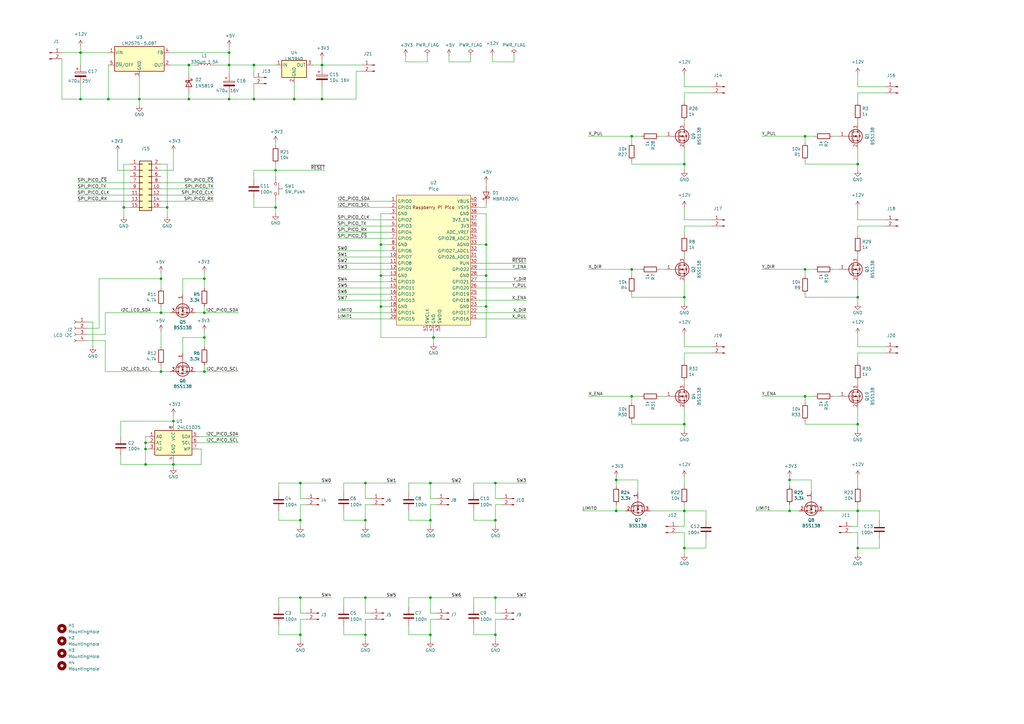
<source format=kicad_sch>
(kicad_sch (version 20231120) (generator "eeschema") (generator_version "8.0")
  (paper "A3")
  (title_block (title "Cross-Table") (rev "1.0"))
  (junction (at 66.04 152.4))
  (junction (at 149.86 213.36))
  (junction (at 330.2 162.56))
  (junction (at 83.82 152.4))
  (junction (at 59.69 181.61))
  (junction (at 93.98 40.64))
  (junction (at 280.67 224.79))
  (junction (at 177.8 138.43))
  (junction (at 323.85 196.85))
  (junction (at 156.21 125.73))
  (junction (at 83.82 128.27))
  (junction (at 280.67 173.99))
  (junction (at 77.47 26.67))
  (junction (at 149.86 198.12))
  (junction (at 83.82 114.3))
  (junction (at 156.21 113.03))
  (junction (at 259.08 162.56))
  (junction (at 66.04 114.3))
  (junction (at 280.67 67.31))
  (junction (at 123.19 245.11))
  (junction (at 176.53 198.12))
  (junction (at 71.12 190.5))
  (junction (at 199.39 113.03))
  (junction (at 57.15 40.64))
  (junction (at 176.53 245.11))
  (junction (at 113.03 69.85))
  (junction (at 44.45 40.64))
  (junction (at 77.47 40.64))
  (junction (at 199.39 100.33))
  (junction (at 104.14 26.67))
  (junction (at 330.2 55.88))
  (junction (at 123.19 260.35))
  (junction (at 259.08 55.88))
  (junction (at 83.82 138.43))
  (junction (at 280.67 121.92))
  (junction (at 203.2 245.11))
  (junction (at 120.65 40.64))
  (junction (at 351.79 67.31))
  (junction (at 68.58 85.09))
  (junction (at 259.08 110.49))
  (junction (at 149.86 245.11))
  (junction (at 149.86 260.35))
  (junction (at 132.08 40.64))
  (junction (at 351.79 173.99))
  (junction (at 203.2 198.12))
  (junction (at 123.19 213.36))
  (junction (at 176.53 260.35))
  (junction (at 132.08 26.67))
  (junction (at 252.73 196.85))
  (junction (at 93.98 21.59))
  (junction (at 93.98 26.67))
  (junction (at 59.69 184.15))
  (junction (at 323.85 209.55))
  (junction (at 113.03 85.09))
  (junction (at 50.8 85.09))
  (junction (at 330.2 110.49))
  (junction (at 280.67 209.55))
  (junction (at 71.12 172.72))
  (junction (at 33.02 40.64))
  (junction (at 176.53 213.36))
  (junction (at 123.19 198.12))
  (junction (at 156.21 100.33))
  (junction (at 33.02 21.59))
  (junction (at 252.73 209.55))
  (junction (at 66.04 128.27))
  (junction (at 203.2 260.35))
  (junction (at 104.14 40.64))
  (junction (at 203.2 213.36))
  (junction (at 351.79 121.92))
  (junction (at 59.69 190.5))
  (junction (at 199.39 125.73))
  (junction (at 351.79 209.55))
  (junction (at 351.79 224.79))
  (wire (pts (xy 138.43 90.17) (xy 160.02 90.17)))
  (wire (pts (xy 177.8 138.43) (xy 177.8 140.97)))
  (wire (pts (xy 195.58 115.57) (xy 215.9 115.57)))
  (wire (pts (xy 113.03 85.09) (xy 104.14 85.09)))
  (wire (pts (xy 201.93 22.86) (xy 201.93 25.4)))
  (wire (pts (xy 176.53 260.35) (xy 167.64 260.35)))
  (wire (pts (xy 194.31 245.11) (xy 203.2 245.11)))
  (wire (pts (xy 351.79 49.53) (xy 351.79 50.8)))
  (wire (pts (xy 259.08 173.99) (xy 280.67 173.99)))
  (wire (pts (xy 280.67 41.91) (xy 280.67 38.1)))
  (wire (pts (xy 280.67 60.96) (xy 280.67 67.31)))
  (wire (pts (xy 123.19 245.11) (xy 135.89 245.11)))
  (wire (pts (xy 363.22 35.56) (xy 351.79 35.56)))
  (wire (pts (xy 69.85 128.27) (xy 66.04 128.27)))
  (wire (pts (xy 80.01 152.4) (xy 83.82 152.4)))
  (wire (pts (xy 166.37 22.86) (xy 166.37 25.4)))
  (wire (pts (xy 252.73 195.58) (xy 252.73 196.85)))
  (wire (pts (xy 327.66 209.55) (xy 323.85 209.55)))
  (wire (pts (xy 252.73 209.55) (xy 252.73 207.01)))
  (wire (pts (xy 194.31 198.12) (xy 194.31 201.93)))
  (wire (pts (xy 351.79 60.96) (xy 351.79 67.31)))
  (wire (pts (xy 278.13 215.9) (xy 280.67 215.9)))
  (wire (pts (xy 351.79 115.57) (xy 351.79 121.92)))
  (wire (pts (xy 203.2 260.35) (xy 194.31 260.35)))
  (wire (pts (xy 351.79 173.99) (xy 351.79 176.53)))
  (wire (pts (xy 351.79 35.56) (xy 351.79 30.48)))
  (wire (pts (xy 69.85 152.4) (xy 66.04 152.4)))
  (wire (pts (xy 360.68 209.55) (xy 351.79 209.55)))
  (wire (pts (xy 66.04 152.4) (xy 66.04 149.86)))
  (wire (pts (xy 156.21 125.73) (xy 160.02 125.73)))
  (wire (pts (xy 292.1 142.24) (xy 280.67 142.24)))
  (wire (pts (xy 132.08 40.64) (xy 120.65 40.64)))
  (wire (pts (xy 360.68 209.55) (xy 360.68 213.36)))
  (wire (pts (xy 59.69 184.15) (xy 60.96 184.15)))
  (wire (pts (xy 132.08 26.67) (xy 148.59 26.67)))
  (wire (pts (xy 152.4 254) (xy 149.86 254)))
  (wire (pts (xy 259.08 162.56) (xy 262.89 162.56)))
  (wire (pts (xy 97.79 152.4) (xy 83.82 152.4)))
  (wire (pts (xy 83.82 138.43) (xy 83.82 142.24)))
  (wire (pts (xy 205.74 254) (xy 203.2 254)))
  (wire (pts (xy 80.01 128.27) (xy 83.82 128.27)))
  (wire (pts (xy 140.97 198.12) (xy 149.86 198.12)))
  (wire (pts (xy 66.04 135.89) (xy 66.04 142.24)))
  (wire (pts (xy 330.2 67.31) (xy 351.79 67.31)))
  (wire (pts (xy 203.2 213.36) (xy 194.31 213.36)))
  (wire (pts (xy 123.19 260.35) (xy 114.3 260.35)))
  (wire (pts (xy 323.85 209.55) (xy 323.85 207.01)))
  (wire (pts (xy 330.2 55.88) (xy 334.01 55.88)))
  (wire (pts (xy 104.14 69.85) (xy 104.14 73.66)))
  (wire (pts (xy 33.02 26.67) (xy 33.02 21.59)))
  (wire (pts (xy 59.69 179.07) (xy 59.69 181.61)))
  (wire (pts (xy 123.19 207.01) (xy 123.19 213.36)))
  (wire (pts (xy 203.2 198.12) (xy 203.2 204.47)))
  (wire (pts (xy 138.43 128.27) (xy 160.02 128.27)))
  (wire (pts (xy 113.03 69.85) (xy 133.35 69.85)))
  (wire (pts (xy 360.68 220.98) (xy 360.68 224.79)))
  (wire (pts (xy 341.63 162.56) (xy 344.17 162.56)))
  (wire (pts (xy 278.13 218.44) (xy 280.67 218.44)))
  (wire (pts (xy 351.79 148.59) (xy 351.79 144.78)))
  (wire (pts (xy 351.79 92.71) (xy 363.22 92.71)))
  (wire (pts (xy 193.04 25.4) (xy 184.15 25.4)))
  (wire (pts (xy 203.2 254) (xy 203.2 260.35)))
  (wire (pts (xy 87.63 80.01) (xy 66.04 80.01)))
  (wire (pts (xy 66.04 128.27) (xy 66.04 125.73)))
  (wire (pts (xy 156.21 113.03) (xy 156.21 125.73)))
  (wire (pts (xy 57.15 31.75) (xy 57.15 40.64)))
  (wire (pts (xy 349.25 215.9) (xy 351.79 215.9)))
  (wire (pts (xy 114.3 198.12) (xy 123.19 198.12)))
  (wire (pts (xy 125.73 207.01) (xy 123.19 207.01)))
  (wire (pts (xy 259.08 162.56) (xy 259.08 165.1)))
  (wire (pts (xy 167.64 209.55) (xy 167.64 213.36)))
  (wire (pts (xy 309.88 209.55) (xy 323.85 209.55)))
  (wire (pts (xy 176.53 207.01) (xy 176.53 213.36)))
  (wire (pts (xy 280.67 218.44) (xy 280.67 224.79)))
  (wire (pts (xy 270.51 110.49) (xy 273.05 110.49)))
  (wire (pts (xy 104.14 26.67) (xy 113.03 26.67)))
  (wire (pts (xy 149.86 245.11) (xy 162.56 245.11)))
  (wire (pts (xy 123.19 254) (xy 123.19 260.35)))
  (wire (pts (xy 280.67 207.01) (xy 280.67 209.55)))
  (wire (pts (xy 351.79 227.33) (xy 351.79 224.79)))
  (wire (pts (xy 176.53 254) (xy 176.53 260.35)))
  (wire (pts (xy 351.79 209.55) (xy 351.79 215.9)))
  (wire (pts (xy 71.12 69.85) (xy 71.12 62.23)))
  (wire (pts (xy 193.04 22.86) (xy 193.04 25.4)))
  (wire (pts (xy 71.12 191.77) (xy 71.12 190.5)))
  (wire (pts (xy 280.67 142.24) (xy 280.67 137.16)))
  (wire (pts (xy 128.27 26.67) (xy 132.08 26.67)))
  (wire (pts (xy 241.3 55.88) (xy 259.08 55.88)))
  (wire (pts (xy 83.82 128.27) (xy 83.82 125.73)))
  (wire (pts (xy 195.58 100.33) (xy 199.39 100.33)))
  (wire (pts (xy 179.07 207.01) (xy 176.53 207.01)))
  (wire (pts (xy 43.18 137.16) (xy 35.56 137.16)))
  (wire (pts (xy 280.67 115.57) (xy 280.67 121.92)))
  (wire (pts (xy 114.3 198.12) (xy 114.3 201.93)))
  (wire (pts (xy 176.53 262.89) (xy 176.53 260.35)))
  (wire (pts (xy 59.69 181.61) (xy 60.96 181.61)))
  (wire (pts (xy 25.4 40.64) (xy 33.02 40.64)))
  (wire (pts (xy 104.14 40.64) (xy 93.98 40.64)))
  (wire (pts (xy 25.4 24.13) (xy 25.4 40.64)))
  (wire (pts (xy 31.75 82.55) (xy 53.34 82.55)))
  (wire (pts (xy 195.58 130.81) (xy 215.9 130.81)))
  (wire (pts (xy 238.76 209.55) (xy 252.73 209.55)))
  (wire (pts (xy 120.65 34.29) (xy 120.65 40.64)))
  (wire (pts (xy 81.28 179.07) (xy 97.79 179.07)))
  (wire (pts (xy 66.04 85.09) (xy 68.58 85.09)))
  (wire (pts (xy 199.39 85.09) (xy 195.58 85.09)))
  (wire (pts (xy 93.98 19.05) (xy 93.98 21.59)))
  (wire (pts (xy 184.15 25.4) (xy 184.15 22.86)))
  (wire (pts (xy 66.04 152.4) (xy 43.18 152.4)))
  (wire (pts (xy 138.43 115.57) (xy 160.02 115.57)))
  (wire (pts (xy 138.43 95.25) (xy 160.02 95.25)))
  (wire (pts (xy 203.2 245.11) (xy 203.2 251.46)))
  (wire (pts (xy 351.79 142.24) (xy 351.79 137.16)))
  (wire (pts (xy 138.43 120.65) (xy 160.02 120.65)))
  (wire (pts (xy 312.42 55.88) (xy 330.2 55.88)))
  (wire (pts (xy 66.04 114.3) (xy 40.64 114.3)))
  (wire (pts (xy 312.42 162.56) (xy 330.2 162.56)))
  (wire (pts (xy 87.63 82.55) (xy 66.04 82.55)))
  (wire (pts (xy 53.34 69.85) (xy 48.26 69.85)))
  (wire (pts (xy 60.96 179.07) (xy 59.69 179.07)))
  (wire (pts (xy 351.79 195.58) (xy 351.79 199.39)))
  (wire (pts (xy 261.62 201.93) (xy 261.62 196.85)))
  (wire (pts (xy 194.31 198.12) (xy 203.2 198.12)))
  (wire (pts (xy 104.14 34.29) (xy 104.14 40.64)))
  (wire (pts (xy 289.56 209.55) (xy 289.56 213.36)))
  (wire (pts (xy 138.43 130.81) (xy 160.02 130.81)))
  (wire (pts (xy 66.04 69.85) (xy 71.12 69.85)))
  (wire (pts (xy 66.04 128.27) (xy 43.18 128.27)))
  (wire (pts (xy 87.63 77.47) (xy 66.04 77.47)))
  (wire (pts (xy 49.53 179.07) (xy 49.53 172.72)))
  (wire (pts (xy 125.73 251.46) (xy 123.19 251.46)))
  (wire (pts (xy 280.67 35.56) (xy 280.67 30.48)))
  (wire (pts (xy 195.58 110.49) (xy 215.9 110.49)))
  (wire (pts (xy 152.4 207.01) (xy 149.86 207.01)))
  (wire (pts (xy 363.22 142.24) (xy 351.79 142.24)))
  (wire (pts (xy 205.74 204.47) (xy 203.2 204.47)))
  (wire (pts (xy 351.79 38.1) (xy 363.22 38.1)))
  (wire (pts (xy 351.79 104.14) (xy 351.79 105.41)))
  (wire (pts (xy 280.67 144.78) (xy 292.1 144.78)))
  (wire (pts (xy 210.82 25.4) (xy 210.82 22.86)))
  (wire (pts (xy 199.39 87.63) (xy 199.39 100.33)))
  (wire (pts (xy 330.2 55.88) (xy 330.2 58.42)))
  (wire (pts (xy 132.08 35.56) (xy 132.08 40.64)))
  (wire (pts (xy 259.08 110.49) (xy 259.08 113.03)))
  (wire (pts (xy 332.74 201.93) (xy 332.74 196.85)))
  (wire (pts (xy 49.53 186.69) (xy 49.53 190.5)))
  (wire (pts (xy 259.08 55.88) (xy 259.08 58.42)))
  (wire (pts (xy 113.03 69.85) (xy 113.03 72.39)))
  (wire (pts (xy 203.2 245.11) (xy 215.9 245.11)))
  (wire (pts (xy 175.26 25.4) (xy 175.26 22.86)))
  (wire (pts (xy 195.58 128.27) (xy 215.9 128.27)))
  (wire (pts (xy 194.31 209.55) (xy 194.31 213.36)))
  (wire (pts (xy 149.86 254) (xy 149.86 260.35)))
  (wire (pts (xy 138.43 107.95) (xy 160.02 107.95)))
  (wire (pts (xy 167.64 245.11) (xy 176.53 245.11)))
  (wire (pts (xy 266.7 209.55) (xy 280.67 209.55)))
  (wire (pts (xy 123.19 215.9) (xy 123.19 213.36)))
  (wire (pts (xy 330.2 110.49) (xy 330.2 113.03)))
  (wire (pts (xy 114.3 245.11) (xy 114.3 248.92)))
  (wire (pts (xy 280.67 90.17) (xy 280.67 85.09)))
  (wire (pts (xy 201.93 25.4) (xy 210.82 25.4)))
  (wire (pts (xy 83.82 111.76) (xy 83.82 114.3)))
  (wire (pts (xy 132.08 26.67) (xy 132.08 27.94)))
  (wire (pts (xy 194.31 245.11) (xy 194.31 248.92)))
  (wire (pts (xy 49.53 172.72) (xy 71.12 172.72)))
  (wire (pts (xy 81.28 181.61) (xy 97.79 181.61)))
  (wire (pts (xy 140.97 256.54) (xy 140.97 260.35)))
  (wire (pts (xy 93.98 40.64) (xy 77.47 40.64)))
  (wire (pts (xy 280.67 104.14) (xy 280.67 105.41)))
  (wire (pts (xy 104.14 31.75) (xy 104.14 26.67)))
  (wire (pts (xy 149.86 245.11) (xy 149.86 251.46)))
  (wire (pts (xy 149.86 213.36) (xy 140.97 213.36)))
  (wire (pts (xy 205.74 251.46) (xy 203.2 251.46)))
  (wire (pts (xy 259.08 66.04) (xy 259.08 67.31)))
  (wire (pts (xy 125.73 254) (xy 123.19 254)))
  (wire (pts (xy 156.21 113.03) (xy 160.02 113.03)))
  (wire (pts (xy 156.21 125.73) (xy 156.21 138.43)))
  (wire (pts (xy 330.2 162.56) (xy 334.01 162.56)))
  (wire (pts (xy 160.02 82.55) (xy 138.43 82.55)))
  (wire (pts (xy 57.15 40.64) (xy 57.15 43.18)))
  (wire (pts (xy 323.85 196.85) (xy 323.85 199.39)))
  (wire (pts (xy 330.2 173.99) (xy 351.79 173.99)))
  (wire (pts (xy 280.67 173.99) (xy 280.67 176.53)))
  (wire (pts (xy 203.2 262.89) (xy 203.2 260.35)))
  (wire (pts (xy 280.67 96.52) (xy 280.67 92.71)))
  (wire (pts (xy 114.3 245.11) (xy 123.19 245.11)))
  (wire (pts (xy 31.75 77.47) (xy 53.34 77.47)))
  (wire (pts (xy 194.31 256.54) (xy 194.31 260.35)))
  (wire (pts (xy 259.08 172.72) (xy 259.08 173.99)))
  (wire (pts (xy 44.45 26.67) (xy 44.45 40.64)))
  (wire (pts (xy 66.04 111.76) (xy 66.04 114.3)))
  (wire (pts (xy 179.07 204.47) (xy 176.53 204.47)))
  (wire (pts (xy 351.79 121.92) (xy 351.79 124.46)))
  (wire (pts (xy 53.34 67.31) (xy 50.8 67.31)))
  (wire (pts (xy 363.22 90.17) (xy 351.79 90.17)))
  (wire (pts (xy 69.85 26.67) (xy 77.47 26.67)))
  (wire (pts (xy 330.2 120.65) (xy 330.2 121.92)))
  (wire (pts (xy 280.67 195.58) (xy 280.67 199.39)))
  (wire (pts (xy 351.79 41.91) (xy 351.79 38.1)))
  (wire (pts (xy 199.39 125.73) (xy 199.39 138.43)))
  (wire (pts (xy 93.98 26.67) (xy 93.98 30.48)))
  (wire (pts (xy 280.67 49.53) (xy 280.67 50.8)))
  (wire (pts (xy 104.14 40.64) (xy 120.65 40.64)))
  (wire (pts (xy 104.14 81.28) (xy 104.14 85.09)))
  (wire (pts (xy 351.79 67.31) (xy 351.79 69.85)))
  (wire (pts (xy 330.2 162.56) (xy 330.2 165.1)))
  (wire (pts (xy 113.03 58.42) (xy 113.03 59.69)))
  (wire (pts (xy 270.51 162.56) (xy 273.05 162.56)))
  (wire (pts (xy 33.02 34.29) (xy 33.02 40.64)))
  (wire (pts (xy 241.3 162.56) (xy 259.08 162.56)))
  (wire (pts (xy 43.18 139.7) (xy 35.56 139.7)))
  (wire (pts (xy 195.58 87.63) (xy 199.39 87.63)))
  (wire (pts (xy 123.19 245.11) (xy 123.19 251.46)))
  (wire (pts (xy 83.82 152.4) (xy 83.82 149.86)))
  (wire (pts (xy 195.58 107.95) (xy 215.9 107.95)))
  (wire (pts (xy 71.12 190.5) (xy 59.69 190.5)))
  (wire (pts (xy 149.86 262.89) (xy 149.86 260.35)))
  (wire (pts (xy 38.1 142.24) (xy 38.1 132.08)))
  (wire (pts (xy 156.21 100.33) (xy 156.21 113.03)))
  (wire (pts (xy 31.75 80.01) (xy 53.34 80.01)))
  (wire (pts (xy 146.05 29.21) (xy 146.05 40.64)))
  (wire (pts (xy 123.19 213.36) (xy 114.3 213.36)))
  (wire (pts (xy 38.1 132.08) (xy 35.56 132.08)))
  (wire (pts (xy 152.4 251.46) (xy 149.86 251.46)))
  (wire (pts (xy 330.2 121.92) (xy 351.79 121.92)))
  (wire (pts (xy 160.02 85.09) (xy 138.43 85.09)))
  (wire (pts (xy 132.08 24.13) (xy 132.08 26.67)))
  (wire (pts (xy 176.53 213.36) (xy 167.64 213.36)))
  (wire (pts (xy 82.55 190.5) (xy 82.55 184.15)))
  (wire (pts (xy 82.55 184.15) (xy 81.28 184.15)))
  (wire (pts (xy 289.56 220.98) (xy 289.56 224.79)))
  (wire (pts (xy 179.07 251.46) (xy 176.53 251.46)))
  (wire (pts (xy 140.97 198.12) (xy 140.97 201.93)))
  (wire (pts (xy 259.08 67.31) (xy 280.67 67.31)))
  (wire (pts (xy 330.2 66.04) (xy 330.2 67.31)))
  (wire (pts (xy 140.97 209.55) (xy 140.97 213.36)))
  (wire (pts (xy 66.04 114.3) (xy 66.04 118.11)))
  (wire (pts (xy 195.58 123.19) (xy 215.9 123.19)))
  (wire (pts (xy 104.14 69.85) (xy 113.03 69.85)))
  (wire (pts (xy 83.82 135.89) (xy 83.82 138.43)))
  (wire (pts (xy 330.2 172.72) (xy 330.2 173.99)))
  (wire (pts (xy 166.37 25.4) (xy 175.26 25.4)))
  (wire (pts (xy 125.73 204.47) (xy 123.19 204.47)))
  (wire (pts (xy 138.43 110.49) (xy 160.02 110.49)))
  (wire (pts (xy 199.39 100.33) (xy 199.39 113.03)))
  (wire (pts (xy 280.67 227.33) (xy 280.67 224.79)))
  (wire (pts (xy 199.39 83.82) (xy 199.39 85.09)))
  (wire (pts (xy 49.53 190.5) (xy 59.69 190.5)))
  (wire (pts (xy 59.69 184.15) (xy 59.69 190.5)))
  (wire (pts (xy 351.79 207.01) (xy 351.79 209.55)))
  (wire (pts (xy 44.45 40.64) (xy 57.15 40.64)))
  (wire (pts (xy 341.63 55.88) (xy 344.17 55.88)))
  (wire (pts (xy 93.98 21.59) (xy 93.98 26.67)))
  (wire (pts (xy 146.05 40.64) (xy 132.08 40.64)))
  (wire (pts (xy 77.47 40.64) (xy 57.15 40.64)))
  (wire (pts (xy 351.79 218.44) (xy 351.79 224.79)))
  (wire (pts (xy 256.54 209.55) (xy 252.73 209.55)))
  (wire (pts (xy 93.98 38.1) (xy 93.98 40.64)))
  (wire (pts (xy 71.12 170.18) (xy 71.12 172.72)))
  (wire (pts (xy 140.97 245.11) (xy 140.97 248.92)))
  (wire (pts (xy 71.12 189.23) (xy 71.12 190.5)))
  (wire (pts (xy 87.63 26.67) (xy 93.98 26.67)))
  (wire (pts (xy 252.73 196.85) (xy 252.73 199.39)))
  (wire (pts (xy 43.18 128.27) (xy 43.18 137.16)))
  (wire (pts (xy 261.62 196.85) (xy 252.73 196.85)))
  (wire (pts (xy 82.55 190.5) (xy 71.12 190.5)))
  (wire (pts (xy 53.34 85.09) (xy 50.8 85.09)))
  (wire (pts (xy 351.79 90.17) (xy 351.79 85.09)))
  (wire (pts (xy 138.43 118.11) (xy 160.02 118.11)))
  (wire (pts (xy 203.2 215.9) (xy 203.2 213.36)))
  (wire (pts (xy 280.67 67.31) (xy 280.67 69.85)))
  (wire (pts (xy 156.21 87.63) (xy 156.21 100.33)))
  (wire (pts (xy 280.67 92.71) (xy 292.1 92.71)))
  (wire (pts (xy 33.02 21.59) (xy 44.45 21.59)))
  (wire (pts (xy 33.02 19.05) (xy 33.02 21.59)))
  (wire (pts (xy 74.93 120.65) (xy 74.93 114.3)))
  (wire (pts (xy 199.39 113.03) (xy 199.39 125.73)))
  (wire (pts (xy 280.67 148.59) (xy 280.67 144.78)))
  (wire (pts (xy 123.19 198.12) (xy 123.19 204.47)))
  (wire (pts (xy 349.25 218.44) (xy 351.79 218.44)))
  (wire (pts (xy 259.08 120.65) (xy 259.08 121.92)))
  (wire (pts (xy 280.67 224.79) (xy 289.56 224.79)))
  (wire (pts (xy 176.53 198.12) (xy 176.53 204.47)))
  (wire (pts (xy 83.82 114.3) (xy 83.82 118.11)))
  (wire (pts (xy 50.8 67.31) (xy 50.8 85.09)))
  (wire (pts (xy 138.43 105.41) (xy 160.02 105.41)))
  (wire (pts (xy 292.1 90.17) (xy 280.67 90.17)))
  (wire (pts (xy 68.58 67.31) (xy 68.58 85.09)))
  (wire (pts (xy 149.86 198.12) (xy 149.86 204.47)))
  (wire (pts (xy 341.63 110.49) (xy 344.17 110.49)))
  (wire (pts (xy 59.69 181.61) (xy 59.69 184.15)))
  (wire (pts (xy 351.79 96.52) (xy 351.79 92.71)))
  (wire (pts (xy 351.79 167.64) (xy 351.79 173.99)))
  (wire (pts (xy 292.1 35.56) (xy 280.67 35.56)))
  (wire (pts (xy 138.43 102.87) (xy 160.02 102.87)))
  (wire (pts (xy 259.08 121.92) (xy 280.67 121.92)))
  (wire (pts (xy 199.39 138.43) (xy 177.8 138.43)))
  (wire (pts (xy 148.59 29.21) (xy 146.05 29.21)))
  (wire (pts (xy 69.85 21.59) (xy 93.98 21.59)))
  (wire (pts (xy 195.58 113.03) (xy 199.39 113.03)))
  (wire (pts (xy 74.93 114.3) (xy 83.82 114.3)))
  (wire (pts (xy 114.3 256.54) (xy 114.3 260.35)))
  (wire (pts (xy 43.18 152.4) (xy 43.18 139.7)))
  (wire (pts (xy 280.67 167.64) (xy 280.67 173.99)))
  (wire (pts (xy 149.86 215.9) (xy 149.86 213.36)))
  (wire (pts (xy 114.3 209.55) (xy 114.3 213.36)))
  (wire (pts (xy 199.39 74.93) (xy 199.39 76.2)))
  (wire (pts (xy 351.79 224.79) (xy 360.68 224.79)))
  (wire (pts (xy 149.86 207.01) (xy 149.86 213.36)))
  (wire (pts (xy 176.53 198.12) (xy 189.23 198.12)))
  (wire (pts (xy 167.64 198.12) (xy 167.64 201.93)))
  (wire (pts (xy 160.02 87.63) (xy 156.21 87.63)))
  (wire (pts (xy 123.19 198.12) (xy 135.89 198.12)))
  (wire (pts (xy 40.64 114.3) (xy 40.64 134.62)))
  (wire (pts (xy 149.86 260.35) (xy 140.97 260.35)))
  (wire (pts (xy 351.79 156.21) (xy 351.79 157.48)))
  (wire (pts (xy 270.51 55.88) (xy 273.05 55.88)))
  (wire (pts (xy 31.75 74.93) (xy 53.34 74.93)))
  (wire (pts (xy 195.58 118.11) (xy 215.9 118.11)))
  (wire (pts (xy 25.4 21.59) (xy 33.02 21.59)))
  (wire (pts (xy 97.79 128.27) (xy 83.82 128.27)))
  (wire (pts (xy 138.43 97.79) (xy 160.02 97.79)))
  (wire (pts (xy 87.63 74.93) (xy 66.04 74.93)))
  (wire (pts (xy 140.97 245.11) (xy 149.86 245.11)))
  (wire (pts (xy 40.64 134.62) (xy 35.56 134.62)))
  (wire (pts (xy 259.08 55.88) (xy 262.89 55.88)))
  (wire (pts (xy 179.07 254) (xy 176.53 254)))
  (wire (pts (xy 351.79 144.78) (xy 363.22 144.78)))
  (wire (pts (xy 50.8 85.09) (xy 50.8 88.9)))
  (wire (pts (xy 71.12 172.72) (xy 71.12 173.99)))
  (wire (pts (xy 33.02 40.64) (xy 44.45 40.64)))
  (wire (pts (xy 113.03 87.63) (xy 113.03 85.09)))
  (wire (pts (xy 323.85 195.58) (xy 323.85 196.85)))
  (wire (pts (xy 176.53 245.11) (xy 189.23 245.11)))
  (wire (pts (xy 149.86 198.12) (xy 162.56 198.12)))
  (wire (pts (xy 113.03 82.55) (xy 113.03 85.09)))
  (wire (pts (xy 280.67 156.21) (xy 280.67 157.48)))
  (wire (pts (xy 337.82 209.55) (xy 351.79 209.55)))
  (wire (pts (xy 280.67 209.55) (xy 280.67 215.9)))
  (wire (pts (xy 312.42 110.49) (xy 330.2 110.49)))
  (wire (pts (xy 77.47 26.67) (xy 77.47 30.48)))
  (wire (pts (xy 177.8 138.43) (xy 177.8 135.89)))
  (wire (pts (xy 167.64 245.11) (xy 167.64 248.92)))
  (wire (pts (xy 156.21 100.33) (xy 160.02 100.33)))
  (wire (pts (xy 138.43 123.19) (xy 160.02 123.19)))
  (wire (pts (xy 176.53 245.11) (xy 176.53 251.46)))
  (wire (pts (xy 203.2 207.01) (xy 203.2 213.36)))
  (wire (pts (xy 176.53 215.9) (xy 176.53 213.36)))
  (wire (pts (xy 138.43 92.71) (xy 160.02 92.71)))
  (wire (pts (xy 113.03 67.31) (xy 113.03 69.85)))
  (wire (pts (xy 74.93 138.43) (xy 83.82 138.43)))
  (wire (pts (xy 68.58 85.09) (xy 68.58 88.9)))
  (wire (pts (xy 259.08 110.49) (xy 262.89 110.49)))
  (wire (pts (xy 104.14 26.67) (xy 93.98 26.67)))
  (wire (pts (xy 152.4 204.47) (xy 149.86 204.47)))
  (wire (pts (xy 280.67 121.92) (xy 280.67 124.46)))
  (wire (pts (xy 77.47 38.1) (xy 77.47 40.64)))
  (wire (pts (xy 167.64 256.54) (xy 167.64 260.35)))
  (wire (pts (xy 289.56 209.55) (xy 280.67 209.55)))
  (wire (pts (xy 195.58 125.73) (xy 199.39 125.73)))
  (wire (pts (xy 74.93 144.78) (xy 74.93 138.43)))
  (wire (pts (xy 48.26 69.85) (xy 48.26 62.23)))
  (wire (pts (xy 167.64 198.12) (xy 176.53 198.12)))
  (wire (pts (xy 203.2 198.12) (xy 215.9 198.12)))
  (wire (pts (xy 241.3 110.49) (xy 259.08 110.49)))
  (wire (pts (xy 123.19 262.89) (xy 123.19 260.35)))
  (wire (pts (xy 330.2 110.49) (xy 334.01 110.49)))
  (wire (pts (xy 332.74 196.85) (xy 323.85 196.85)))
  (wire (pts (xy 280.67 38.1) (xy 292.1 38.1)))
  (wire (pts (xy 66.04 67.31) (xy 68.58 67.31)))
  (wire (pts (xy 77.47 26.67) (xy 80.01 26.67)))
  (wire (pts (xy 156.21 138.43) (xy 177.8 138.43)))
  (wire (pts (xy 205.74 207.01) (xy 203.2 207.01)))
  (label "SPI_PICO_RX" (at 87.63 82.55 180))
  (label "SPI_PICO_TX" (at 138.43 92.71 0))
  (label "SW4" (at 138.43 115.57 0))
  (label "I2C_PICO_SCL" (at 97.79 181.61 180))
  (label "X_PUL" (at 215.9 130.81 180))
  (label "SPI_PICO_CLK" (at 138.43 90.17 0))
  (label "LIMIT1" (at 138.43 130.81 0))
  (label "SW7" (at 138.43 123.19 0))
  (label "SPI_PICO_~{CS}" (at 31.75 74.93 0))
  (label "LIMIT0" (at 138.43 128.27 0))
  (label "X_DIR" (at 241.3 110.49 0))
  (label "SPI_PICO_TX" (at 87.63 77.47 180))
  (label "SPI_PICO_TX" (at 31.75 77.47 0))
  (label "SW2" (at 189.23 198.12 180))
  (label "SW1" (at 162.56 198.12 180))
  (label "SW0" (at 135.89 198.12 180))
  (label "I2C_PICO_SCL" (at 97.79 152.4 180))
  (label "SW7" (at 215.9 245.11 180))
  (label "SW6" (at 138.43 120.65 0))
  (label "X_DIR" (at 215.9 128.27 180))
  (label "SPI_PICO_RX" (at 31.75 82.55 0))
  (label "SPI_PICO_CLK" (at 31.75 80.01 0))
  (label "SW6" (at 189.23 245.11 180))
  (label "Y_PUL" (at 215.9 118.11 180))
  (label "SPI_PICO_~{CS}" (at 87.63 74.93 180))
  (label "I2C_PICO_SCL" (at 138.43 85.09 0))
  (label "SPI_PICO_CLK" (at 87.63 80.01 180))
  (label "Y_PUL" (at 312.42 55.88 0))
  (label "SW4" (at 135.89 245.11 180))
  (label "Y_ENA" (at 215.9 110.49 180))
  (label "X_PUL" (at 241.3 55.88 0))
  (label "SW2" (at 138.43 107.95 0))
  (label "LIMIT1" (at 309.88 209.55 0))
  (label "I2C_PICO_SDA" (at 138.43 82.55 0))
  (label "LIMIT0" (at 238.76 209.55 0))
  (label "I2C_LCD_SCL" (at 49.53 152.4 0))
  (label "Y_DIR" (at 312.42 110.49 0))
  (label "X_ENA" (at 215.9 123.19 180))
  (label "I2C_PICO_SDA" (at 97.79 128.27 180))
  (label "X_ENA" (at 241.3 162.56 0))
  (label "SW1" (at 138.43 105.41 0))
  (label "SPI_PICO_~{CS}" (at 138.43 97.79 0))
  (label "~{RESET}" (at 133.35 69.85 180))
  (label "SW5" (at 162.56 245.11 180))
  (label "SPI_PICO_RX" (at 138.43 95.25 0))
  (label "SW0" (at 138.43 102.87 0))
  (label "SW5" (at 138.43 118.11 0))
  (label "Y_DIR" (at 215.9 115.57 180))
  (label "I2C_PICO_SDA" (at 97.79 179.07 180))
  (label "Y_ENA" (at 312.42 162.56 0))
  (label "~{RESET}" (at 215.9 107.95 180))
  (label "I2C_LCD_SDA" (at 49.53 128.27 0))
  (label "SW3" (at 215.9 198.12 180))
  (label "SW3" (at 138.43 110.49 0))
  (symbol (lib_id "power:GND") (at 176.53 215.9 0) (unit 1)
    (property "Reference" "#PWR031" (effects (hide yes)))
    (property "Value" "GND" (at 176.53 219.71 0))
  )
  (symbol (lib_id "Device:R") (at 330.2 168.91 180) (unit 1)
    (property "Reference" "R33" (at 328.422 170.0784 0) (effects (justify left)))
    (property "Value" "10k" (at 328.422 167.767 0) (effects (justify left)))
    (property "Footprint" "Resistor_SMD:R_1206_3216Metric_Pad1.30x1.75mm_HandSolder" (effects (hide yes)))
  )
  (symbol (lib_id "Connector:Conn_01x02_Male") (at 273.05 215.9 0) (unit 1)
    (property "Reference" "J12" (at 275.7932 211.3026 0))
    (property "Value" "Conn_01x02_Male" (effects (hide yes)))
    (property "Footprint" "Connector_Phoenix_MSTB:PhoenixContact_MSTBVA_2,5_2-G-5,08_1x02_P5.08mm_Vertical" (effects (hide yes)))
  )
  (symbol (lib_id "power:GND") (at 280.67 124.46 0) (unit 1)
    (property "Reference" "#PWR010" (effects (hide yes)))
    (property "Value" "GND" (at 280.67 128.27 0))
  )
  (symbol (lib_id "Device:C") (at 114.3 252.73 0) (unit 1)
    (property "Reference" "C3" (at 116.84 251.46 0) (effects (justify left)))
    (property "Value" "100n" (at 116.84 254 0) (effects (justify left)))
    (property "Footprint" "Capacitor_SMD:C_1206_3216Metric_Pad1.33x1.80mm_HandSolder" (effects (hide yes)))
  )
  (symbol (lib_id "power:GND") (at 203.2 215.9 0) (unit 1)
    (property "Reference" "#PWR037" (effects (hide yes)))
    (property "Value" "GND" (at 203.2 219.71 0))
  )
  (symbol (lib_id "power:GND") (at 280.67 176.53 0) (unit 1)
    (property "Reference" "#PWR053" (effects (hide yes)))
    (property "Value" "GND" (at 280.67 180.34 0))
  )
  (symbol (lib_id "Device:C") (at 104.14 77.47 0) (unit 1)
    (property "Reference" "C11" (at 106.68 76.2 0) (effects (justify left)))
    (property "Value" "100n" (at 106.68 78.74 0) (effects (justify left)))
    (property "Footprint" "Capacitor_SMD:C_1206_3216Metric_Pad1.33x1.80mm_HandSolder" (effects (hide yes)))
  )
  (symbol (lib_id "power:+5V") (at 66.04 135.89 0) (mirror y) (unit 1)
    (property "Reference" "#PWR014" (effects (hide yes)))
    (property "Value" "+5V" (at 65.659 131.4958 0))
  )
  (symbol (lib_id "Device:L") (at 83.82 26.67 90) (unit 1)
    (property "Reference" "L1" (at 83.82 22.86 90))
    (property "Value" "330uH 1.5A" (at 83.82 25.4 90))
    (property "Footprint" "Inductor_SMD:L_12x12mm_H8mm" (effects (hide yes)))
    (property "Datasheet" "https://fr.rs-online.com/web/p/inductances-a-montage-en-surface/7896794" (effects (hide yes)))
  )
  (symbol (lib_id "Device:R") (at 280.67 45.72 0) (unit 1)
    (property "Reference" "R26" (at 282.448 44.5516 0) (effects (justify left)))
    (property "Value" "1k" (at 282.448 46.863 0) (effects (justify left)))
    (property "Footprint" "Resistor_SMD:R_1206_3216Metric_Pad1.30x1.75mm_HandSolder" (effects (hide yes)))
  )
  (symbol (lib_id "Diode:1N5819") (at 77.47 34.29 270) (unit 1)
    (property "Reference" "D2" (at 80.01 32.7025 90) (effects (justify left)))
    (property "Value" "1N5819" (at 80.01 35.2425 90) (effects (justify left)))
    (property "Footprint" "Diode_THT:D_DO-41_SOD81_P10.16mm_Horizontal" (effects (hide yes)))
    (property "Datasheet" "http://www.vishay.com/docs/88525/1n5817.pdf" (effects (hide yes)))
  )
  (symbol (lib_id "power:GND") (at 123.19 215.9 0) (unit 1)
    (property "Reference" "#PWR023" (effects (hide yes)))
    (property "Value" "GND" (at 123.19 219.71 0))
  )
  (symbol (lib_id "Connector:Conn_01x02_Male") (at 20.32 21.59 0) (unit 1)
    (property "Reference" "J1" (at 23.0632 16.9926 0))
    (property "Value" "Conn_01x02_Male" (effects (hide yes)))
    (property "Footprint" "Connector_Phoenix_MSTB:PhoenixContact_MSTBVA_2,5_2-G-5,08_1x02_P5.08mm_Vertical" (effects (hide yes)))
  )
  (symbol (lib_id "pico-controller-rescue:+3.3V-power") (at 166.37 22.86 0) (unit 1)
    (property "Reference" "#PWR015" (effects (hide yes)))
    (property "Value" "+3V3" (at 166.751 18.4658 0))
  )
  (symbol (lib_id "power:+12V") (at 351.79 85.09 0) (unit 1)
    (property "Reference" "#PWR011" (effects (hide yes)))
    (property "Value" "+12V" (at 351.79 80.01 0))
  )
  (symbol (lib_id "pico-controller-rescue:+3.3V-power") (at 71.12 170.18 0) (unit 1)
    (property "Reference" "#PWR018" (effects (hide yes)))
    (property "Value" "+3V3" (at 71.501 165.7858 0))
  )
  (symbol (lib_id "Memory_EEPROM:24LC1025") (at 71.12 181.61 0) (unit 1)
    (property "Reference" "U1" (at 73.66 172.72 0))
    (property "Value" "24LC1025" (at 77.47 175.26 0))
    (property "Footprint" "Package_DIP:DIP-8_W7.62mm" (effects (hide yes)))
    (property "Datasheet" "http://ww1.microchip.com/downloads/en/DeviceDoc/21941B.pdf" (effects (hide yes)))
  )
  (symbol (lib_id "Connector:Conn_01x02_Male") (at 184.15 204.47 0) (mirror y) (unit 1)
    (property "Reference" "J8" (at 184.8612 205.1304 0) (effects (justify right)))
    (property "Value" "Conn_01x02_Male" (effects (hide yes)))
    (property "Footprint" "Connector_PinHeader_2.54mm:PinHeader_1x02_P2.54mm_Vertical" (effects (hide yes)))
  )
  (symbol (lib_id "Connector:Conn_01x02_Male") (at 210.82 204.47 0) (mirror y) (unit 1)
    (property "Reference" "J10" (at 211.5312 205.1304 0) (effects (justify right)))
    (property "Value" "Conn_01x02_Male" (effects (hide yes)))
    (property "Footprint" "Connector_PinHeader_2.54mm:PinHeader_1x02_P2.54mm_Vertical" (effects (hide yes)))
  )
  (symbol (lib_id "power:+5V") (at 199.39 74.93 0) (unit 1)
    (property "Reference" "#PWR034" (effects (hide yes)))
    (property "Value" "+5V" (at 199.771 70.5358 0))
  )
  (symbol (lib_id "pico-controller-rescue:+3.3V-power") (at 83.82 111.76 0) (mirror y) (unit 1)
    (property "Reference" "#PWR07" (effects (hide yes)))
    (property "Value" "+3V3" (at 83.439 107.3658 0))
  )
  (symbol (lib_id "Connector:Conn_01x02_Male") (at 210.82 251.46 0) (mirror y) (unit 1)
    (property "Reference" "J9" (at 211.5312 252.1204 0) (effects (justify right)))
    (property "Value" "Conn_01x02_Male" (effects (hide yes)))
    (property "Footprint" "Connector_PinHeader_2.54mm:PinHeader_1x02_P2.54mm_Vertical" (effects (hide yes)))
  )
  (symbol (lib_id "Device:C") (at 114.3 205.74 0) (unit 1)
    (property "Reference" "C4" (at 116.84 204.47 0) (effects (justify left)))
    (property "Value" "100n" (at 116.84 207.01 0) (effects (justify left)))
    (property "Footprint" "Capacitor_SMD:C_1206_3216Metric_Pad1.33x1.80mm_HandSolder" (effects (hide yes)))
  )
  (symbol (lib_id "power:GND") (at 280.67 69.85 0) (unit 1)
    (property "Reference" "#PWR052" (effects (hide yes)))
    (property "Value" "GND" (at 280.67 73.66 0))
  )
  (symbol (lib_id "Device:R") (at 113.03 63.5 0) (unit 1)
    (property "Reference" "R21" (at 114.808 62.3316 0) (effects (justify left)))
    (property "Value" "10k" (at 114.808 64.643 0) (effects (justify left)))
    (property "Footprint" "Resistor_SMD:R_1206_3216Metric_Pad1.30x1.75mm_HandSolder" (effects (hide yes)))
  )
  (symbol (lib_id "Device:C") (at 167.64 252.73 0) (unit 1)
    (property "Reference" "C7" (at 170.18 251.46 0) (effects (justify left)))
    (property "Value" "100n" (at 170.18 254 0) (effects (justify left)))
    (property "Footprint" "Capacitor_SMD:C_1206_3216Metric_Pad1.33x1.80mm_HandSolder" (effects (hide yes)))
  )
  (symbol (lib_id "Connector:Conn_01x02_Male") (at 297.18 35.56 0) (mirror y) (unit 1)
    (property "Reference" "J14" (at 294.4368 30.9626 0))
    (property "Value" "Conn_01x02_Male" (effects (hide yes)))
    (property "Footprint" "Connector_Phoenix_MSTB:PhoenixContact_MSTBVA_2,5_2-G-5,08_1x02_P5.08mm_Vertical" (effects (hide yes)))
  )
  (symbol (lib_id "Connector:Conn_01x02_Male") (at 130.81 204.47 0) (mirror y) (unit 1)
    (property "Reference" "J4" (at 131.5212 205.1304 0) (effects (justify right)))
    (property "Value" "Conn_01x02_Male" (effects (hide yes)))
    (property "Footprint" "Connector_PinHeader_2.54mm:PinHeader_1x02_P2.54mm_Vertical" (effects (hide yes)))
  )
  (symbol (lib_id "Connector:Conn_01x02_Male") (at 130.81 251.46 0) (mirror y) (unit 1)
    (property "Reference" "J3" (at 131.5212 252.1204 0) (effects (justify right)))
    (property "Value" "Conn_01x02_Male" (effects (hide yes)))
    (property "Footprint" "Connector_PinHeader_2.54mm:PinHeader_1x02_P2.54mm_Vertical" (effects (hide yes)))
  )
  (symbol (lib_id "Device:R") (at 330.2 62.23 180) (unit 1)
    (property "Reference" "R1" (at 328.422 63.3984 0) (effects (justify left)))
    (property "Value" "10k" (at 328.422 61.087 0) (effects (justify left)))
    (property "Footprint" "Resistor_SMD:R_1206_3216Metric_Pad1.30x1.75mm_HandSolder" (effects (hide yes)))
  )
  (symbol (lib_id "Device:R") (at 266.7 110.49 270) (unit 1)
    (property "Reference" "R7" (at 267.8684 112.268 0) (effects (justify left)))
    (property "Value" "1k" (at 265.557 112.268 0) (effects (justify left)))
    (property "Footprint" "Resistor_SMD:R_1206_3216Metric_Pad1.30x1.75mm_HandSolder" (effects (hide yes)))
  )
  (symbol (lib_id "power:+5V") (at 184.15 22.86 0) (unit 1)
    (property "Reference" "#PWR016" (effects (hide yes)))
    (property "Value" "+5V" (at 184.531 18.4658 0))
  )
  (symbol (lib_id "power:+12V") (at 351.79 30.48 0) (unit 1)
    (property "Reference" "#PWR05" (effects (hide yes)))
    (property "Value" "+12V" (at 351.79 25.4 0))
  )
  (symbol (lib_id "Connector:Conn_01x04_Female") (at 30.48 134.62 0) (mirror y) (unit 1)
    (property "Reference" "J2" (at 29.7688 135.2296 0) (effects (justify left)))
    (property "Value" "LCD I2C" (at 29.7688 137.541 0) (effects (justify left)))
    (property "Footprint" "Connector_PinHeader_2.54mm:PinHeader_1x04_P2.54mm_Vertical" (effects (hide yes)))
  )
  (symbol (lib_id "Device:R") (at 266.7 55.88 270) (unit 1)
    (property "Reference" "R28" (at 267.8684 57.658 0) (effects (justify left)))
    (property "Value" "1k" (at 265.557 57.658 0) (effects (justify left)))
    (property "Footprint" "Resistor_SMD:R_1206_3216Metric_Pad1.30x1.75mm_HandSolder" (effects (hide yes)))
  )
  (symbol (lib_id "Device:C") (at 140.97 252.73 0) (unit 1)
    (property "Reference" "C5" (at 143.51 251.46 0) (effects (justify left)))
    (property "Value" "100n" (at 143.51 254 0) (effects (justify left)))
    (property "Footprint" "Capacitor_SMD:C_1206_3216Metric_Pad1.33x1.80mm_HandSolder" (effects (hide yes)))
  )
  (symbol (lib_id "Device:C") (at 167.64 205.74 0) (unit 1)
    (property "Reference" "C8" (at 170.18 204.47 0) (effects (justify left)))
    (property "Value" "100n" (at 170.18 207.01 0) (effects (justify left)))
    (property "Footprint" "Capacitor_SMD:C_1206_3216Metric_Pad1.33x1.80mm_HandSolder" (effects (hide yes)))
  )
  (symbol (lib_id "Connector:Conn_01x02_Male") (at 297.18 90.17 0) (mirror y) (unit 1)
    (property "Reference" "J17" (at 294.4368 85.5726 0))
    (property "Value" "Conn_01x02_Male" (effects (hide yes)))
    (property "Footprint" "Connector_Phoenix_MSTB:PhoenixContact_MSTBVA_2,5_2-G-5,08_1x02_P5.08mm_Vertical" (effects (hide yes)))
  )
  (symbol (lib_id "power:GND") (at 71.12 191.77 0) (unit 1)
    (property "Reference" "#PWR019" (effects (hide yes)))
    (property "Value" "GND" (at 71.12 195.58 0))
  )
  (symbol (lib_id "Transistor_FET:BSS138") (at 278.13 110.49 0) (unit 1)
    (property "Reference" "Q2" (at 284.4546 110.49 90))
    (property "Value" "BSS138" (at 286.766 110.49 90))
    (property "Footprint" "Package_TO_SOT_SMD:SOT-23_Handsoldering" (effects (hide yes)))
    (property "Datasheet" "https://www.onsemi.com/pub/Collateral/BSS138-D.PDF" (effects (hide yes)))
  )
  (symbol (lib_id "Connector:Conn_01x02_Male") (at 368.3 142.24 0) (mirror y) (unit 1)
    (property "Reference" "J20" (at 365.5568 137.6426 0))
    (property "Value" "Conn_01x02_Male" (effects (hide yes)))
    (property "Footprint" "Connector_Phoenix_MSTB:PhoenixContact_MSTBVA_2,5_2-G-5,08_1x02_P5.08mm_Vertical" (effects (hide yes)))
  )
  (symbol (lib_id "Transistor_FET:BSS138") (at 332.74 207.01 270) (unit 1)
    (property "Reference" "Q8" (at 332.74 213.3346 90))
    (property "Value" "BSS138" (at 332.74 215.646 90))
    (property "Footprint" "Package_TO_SOT_SMD:SOT-23_Handsoldering" (effects (hide yes)))
    (property "Datasheet" "https://www.onsemi.com/pub/Collateral/BSS138-D.PDF" (effects (hide yes)))
  )
  (symbol (lib_id "power:GND") (at 50.8 88.9 0) (mirror y) (unit 1)
    (property "Reference" "#PWR03" (effects (hide yes)))
    (property "Value" "GND" (at 50.8 92.71 0))
  )
  (symbol (lib_id "power:GND") (at 149.86 262.89 0) (unit 1)
    (property "Reference" "#PWR025" (effects (hide yes)))
    (property "Value" "GND" (at 149.86 266.7 0))
  )
  (symbol (lib_id "power:GND") (at 351.79 176.53 0) (unit 1)
    (property "Reference" "#PWR056" (effects (hide yes)))
    (property "Value" "GND" (at 351.79 180.34 0))
  )
  (symbol (lib_id "Connector:Conn_01x02_Male") (at 184.15 251.46 0) (mirror y) (unit 1)
    (property "Reference" "J7" (at 184.8612 252.1204 0) (effects (justify right)))
    (property "Value" "Conn_01x02_Male" (effects (hide yes)))
    (property "Footprint" "Connector_PinHeader_2.54mm:PinHeader_1x02_P2.54mm_Vertical" (effects (hide yes)))
  )
  (symbol (lib_id "MCU_RaspberryPi_and_Boards:Pico") (at 177.8 106.68 0) (unit 1)
    (property "Reference" "U2" (at 177.8 74.93 0))
    (property "Value" "Pico" (at 177.8 77.47 0))
    (property "Footprint" "MCU_RaspberryPi_and_Boards:RPi_Pico_SMD_TH" (effects (hide yes)))
  )
  (symbol (lib_id "power:GND") (at 149.86 215.9 0) (unit 1)
    (property "Reference" "#PWR027" (effects (hide yes)))
    (property "Value" "GND" (at 149.86 219.71 0))
  )
  (symbol (lib_id "Connector:Conn_01x02_Male") (at 153.67 26.67 0) (mirror y) (unit 1)
    (property "Reference" "J21" (at 150.9268 22.0726 0))
    (property "Value" "Conn_01x02_Male" (effects (hide yes)))
    (property "Footprint" "Connector_Phoenix_MSTB:PhoenixContact_MSTBVA_2,5_2-G-5,08_1x02_P5.08mm_Vertical" (effects (hide yes)))
  )
  (symbol (lib_id "power:GND") (at 38.1 142.24 0) (mirror y) (unit 1)
    (property "Reference" "#PWR017" (effects (hide yes)))
    (property "Value" "GND" (at 38.1 146.05 0))
  )
  (symbol (lib_id "Transistor_FET:BSS138") (at 349.25 55.88 0) (unit 1)
    (property "Reference" "Q1" (at 355.5746 55.88 90))
    (property "Value" "BSS138" (at 357.886 55.88 90))
    (property "Footprint" "Package_TO_SOT_SMD:SOT-23_Handsoldering" (effects (hide yes)))
    (property "Datasheet" "https://www.onsemi.com/pub/Collateral/BSS138-D.PDF" (effects (hide yes)))
  )
  (symbol (lib_id "power:GND") (at 280.67 227.33 0) (mirror y) (unit 1)
    (property "Reference" "#PWR041" (effects (hide yes)))
    (property "Value" "GND" (at 280.67 231.14 0))
  )
  (symbol (lib_id "power:GND") (at 177.8 140.97 0) (mirror y) (unit 1)
    (property "Reference" "#PWR020" (effects (hide yes)))
    (property "Value" "GND" (at 177.8 144.78 0))
  )
  (symbol (lib_id "Mechanical:MountingHole") (at 25.4 273.05 0) (unit 1)
    (property "Reference" "H4" (at 27.94 271.78 0) (effects (justify left)))
    (property "Value" "MountingHole" (at 27.94 274.32 0) (effects (justify left)))
    (property "Footprint" "MountingHole:MountingHole_3mm_Pad" (effects (hide yes)))
  )
  (symbol (lib_id "Device:R") (at 252.73 203.2 0) (unit 1)
    (property "Reference" "R24" (at 254.508 202.0316 0) (effects (justify left)))
    (property "Value" "3.3k" (at 254.508 204.343 0) (effects (justify left)))
    (property "Footprint" "Resistor_SMD:R_1206_3216Metric_Pad1.30x1.75mm_HandSolder" (effects (hide yes)))
  )
  (symbol (lib_id "power:+12V") (at 351.79 137.16 0) (unit 1)
    (property "Reference" "#PWR055" (effects (hide yes)))
    (property "Value" "+12V" (at 351.79 132.08 0))
  )
  (symbol (lib_id "Connector_Generic:Conn_02x08_Odd_Even") (at 58.42 74.93 0) (unit 1)
    (property "Reference" "J15" (at 59.69 60.96 0))
    (property "Value" "Conn_02x08_Odd_Even" (effects (hide yes)))
    (property "Footprint" "Connector_IDC:IDC-Header_2x08_P2.54mm_Vertical" (effects (hide yes)))
  )
  (symbol (lib_id "Device:R") (at 280.67 203.2 0) (mirror y) (unit 1)
    (property "Reference" "R22" (at 278.892 202.0316 0) (effects (justify left)))
    (property "Value" "10k" (at 278.892 204.343 0) (effects (justify left)))
    (property "Footprint" "Resistor_SMD:R_1206_3216Metric_Pad1.30x1.75mm_HandSolder" (effects (hide yes)))
  )
  (symbol (lib_id "power:+12V") (at 280.67 137.16 0) (unit 1)
    (property "Reference" "#PWR051" (effects (hide yes)))
    (property "Value" "+12V" (at 280.67 132.08 0))
  )
  (symbol (lib_id "power:GND") (at 351.79 69.85 0) (unit 1)
    (property "Reference" "#PWR06" (effects (hide yes)))
    (property "Value" "GND" (at 351.79 73.66 0))
  )
  (symbol (lib_id "Diode:MBR1020VL") (at 199.39 80.01 90) (unit 1)
    (property "Reference" "D1" (at 201.93 79.0575 90) (effects (justify right)))
    (property "Value" "MBR1020VL" (at 201.93 81.5975 90) (effects (justify right)))
    (property "Footprint" "Diode_SMD:D_SMA" (effects (hide yes)))
    (property "Datasheet" "https://www.onsemi.com/pub/Collateral/MBR1020VL-D.PDF" (effects (hide yes)))
  )
  (symbol (lib_id "Connector:Conn_01x02_Male") (at 157.48 204.47 0) (mirror y) (unit 1)
    (property "Reference" "J6" (at 158.1912 205.1304 0) (effects (justify right)))
    (property "Value" "Conn_01x02_Male" (effects (hide yes)))
    (property "Footprint" "Connector_PinHeader_2.54mm:PinHeader_1x02_P2.54mm_Vertical" (effects (hide yes)))
  )
  (symbol (lib_id "power:+5V") (at 93.98 19.05 0) (unit 1)
    (property "Reference" "#PWR01" (effects (hide yes)))
    (property "Value" "+5V" (at 94.361 14.6558 0))
  )
  (symbol (lib_id "power:PWR_FLAG") (at 193.04 22.86 0) (unit 1)
    (property "Reference" "#FLG02" (effects (hide yes)))
    (property "Value" "PWR_FLAG" (at 193.04 18.4658 0))
  )
  (symbol (lib_id "pico-controller-rescue:CP-Device") (at 33.02 30.48 0) (unit 1)
    (property "Reference" "C17" (at 36.0172 29.3116 0) (effects (justify left)))
    (property "Value" "470u 25V" (at 27.8254 33.1948 0) (effects (justify left)))
    (property "Footprint" "Capacitor_SMD:CP_Elec_10x10.5" (effects (hide yes)))
  )
  (symbol (lib_id "Device:R") (at 280.67 152.4 0) (unit 1)
    (property "Reference" "R32" (at 282.448 151.2316 0) (effects (justify left)))
    (property "Value" "1k" (at 282.448 153.543 0) (effects (justify left)))
    (property "Footprint" "Resistor_SMD:R_1206_3216Metric_Pad1.30x1.75mm_HandSolder" (effects (hide yes)))
  )
  (symbol (lib_id "pico-controller-rescue:+3.3V-power") (at 83.82 135.89 0) (mirror y) (unit 1)
    (property "Reference" "#PWR08" (effects (hide yes)))
    (property "Value" "+3V3" (at 83.439 131.4958 0))
  )
  (symbol (lib_id "power:+12V") (at 351.79 195.58 0) (mirror y) (unit 1)
    (property "Reference" "#PWR042" (effects (hide yes)))
    (property "Value" "+12V" (at 351.79 190.5 0))
  )
  (symbol (lib_id "Device:C") (at 360.68 217.17 0) (mirror y) (unit 1)
    (property "Reference" "C13" (at 358.14 215.9 0) (effects (justify left)))
    (property "Value" "100n" (at 358.14 218.44 0) (effects (justify left)))
    (property "Footprint" "Capacitor_SMD:C_1206_3216Metric_Pad1.33x1.80mm_HandSolder" (effects (hide yes)))
  )
  (symbol (lib_id "Device:R") (at 66.04 146.05 0) (mirror y) (unit 1)
    (property "Reference" "R12" (at 64.262 144.8816 0) (effects (justify left)))
    (property "Value" "4.7k" (at 64.262 147.193 0) (effects (justify left)))
    (property "Footprint" "Resistor_SMD:R_1206_3216Metric_Pad1.30x1.75mm_HandSolder" (effects (hide yes)))
  )
  (symbol (lib_id "Connector:Conn_01x02_Male") (at 109.22 31.75 0) (mirror y) (unit 1)
    (property "Reference" "J13" (at 109.22 29.21 0))
    (property "Value" "Conn_01x02_Male" (effects (hide yes)))
    (property "Footprint" "Connector_Phoenix_MSTB:PhoenixContact_MSTBVA_2,5_2-G-5,08_1x02_P5.08mm_Vertical" (effects (hide yes)))
  )
  (symbol (lib_id "Switch:SW_Push") (at 113.03 77.47 270) (unit 1)
    (property "Reference" "SW1" (at 116.7892 76.3016 90) (effects (justify left)))
    (property "Value" "SW_Push" (at 116.7892 78.613 90) (effects (justify left)))
    (property "Footprint" "Button_Switch_THT:SW_PUSH_6mm_H5mm" (effects (hide yes)))
  )
  (symbol (lib_id "Regulator_Switching:LM2575-5.0BT") (at 57.15 24.13 0) (unit 1)
    (property "Reference" "U3" (at 57.15 15.24 0))
    (property "Value" "LM2575-5.0BT" (at 57.15 17.78 0))
    (property "Footprint" "Package_TO_SOT_THT:TO-220-5_Vertical" (effects (hide yes)))
    (property "Datasheet" "http://ww1.microchip.com/downloads/en/DeviceDoc/lm2575.pdf" (effects (hide yes)))
  )
  (symbol (lib_id "Transistor_FET:BSS138") (at 74.93 149.86 90) (mirror x) (unit 1)
    (property "Reference" "Q6" (at 74.93 156.1846 90))
    (property "Value" "BSS138" (at 74.93 158.496 90))
    (property "Footprint" "Package_TO_SOT_SMD:SOT-23_Handsoldering" (effects (hide yes)))
    (property "Datasheet" "https://www.onsemi.com/pub/Collateral/BSS138-D.PDF" (effects (hide yes)))
  )
  (symbol (lib_id "Regulator_Linear:L7805") (at 120.65 26.67 0) (unit 1)
    (property "Reference" "U4" (at 120.65 21.59 0))
    (property "Value" "LM3940" (at 120.65 24.13 0))
    (property "Footprint" "Package_TO_SOT_THT:TO-220-3_Vertical" (effects (hide yes)))
    (property "Datasheet" "https://www.ti.com/lit/ds/symlink/lm3940.pdf" (effects (hide yes)))
  )
  (symbol (lib_id "Device:R") (at 83.82 146.05 0) (mirror y) (unit 1)
    (property "Reference" "R6" (at 82.042 144.8816 0) (effects (justify left)))
    (property "Value" "3.3k" (at 82.042 147.193 0) (effects (justify left)))
    (property "Footprint" "Resistor_SMD:R_1206_3216Metric_Pad1.30x1.75mm_HandSolder" (effects (hide yes)))
  )
  (symbol (lib_id "pico-controller-rescue:+3.3V-power") (at 252.73 195.58 0) (unit 1)
    (property "Reference" "#PWR043" (effects (hide yes)))
    (property "Value" "+3V3" (at 253.111 191.1858 0))
  )
  (symbol (lib_id "power:GND") (at 123.19 262.89 0) (unit 1)
    (property "Reference" "#PWR021" (effects (hide yes)))
    (property "Value" "GND" (at 123.19 266.7 0))
  )
  (symbol (lib_id "power:+12V") (at 280.67 85.09 0) (unit 1)
    (property "Reference" "#PWR09" (effects (hide yes)))
    (property "Value" "+12V" (at 280.67 80.01 0))
  )
  (symbol (lib_id "power:GND") (at 176.53 262.89 0) (unit 1)
    (property "Reference" "#PWR029" (effects (hide yes)))
    (property "Value" "GND" (at 176.53 266.7 0))
  )
  (symbol (lib_id "Device:C") (at 49.53 182.88 0) (unit 1)
    (property "Reference" "C2" (at 52.451 181.7116 0) (effects (justify left)))
    (property "Value" "100n" (at 52.451 184.023 0) (effects (justify left)))
    (property "Footprint" "Capacitor_SMD:C_1206_3216Metric_Pad1.33x1.80mm_HandSolder" (effects (hide yes)))
  )
  (symbol (lib_id "Transistor_FET:BSS138") (at 261.62 207.01 270) (unit 1)
    (property "Reference" "Q7" (at 261.62 213.3346 90))
    (property "Value" "BSS138" (at 261.62 215.646 90))
    (property "Footprint" "Package_TO_SOT_SMD:SOT-23_Handsoldering" (effects (hide yes)))
    (property "Datasheet" "https://www.onsemi.com/pub/Collateral/BSS138-D.PDF" (effects (hide yes)))
  )
  (symbol (lib_id "power:+12V") (at 201.93 22.86 0) (unit 1)
    (property "Reference" "#PWR045" (effects (hide yes)))
    (property "Value" "+12V" (at 201.93 17.78 0))
  )
  (symbol (lib_id "power:PWR_FLAG") (at 210.82 22.86 0) (unit 1)
    (property "Reference" "#FLG03" (effects (hide yes)))
    (property "Value" "PWR_FLAG" (at 210.82 18.4658 0))
  )
  (symbol (lib_id "Transistor_FET:BSS138") (at 349.25 162.56 0) (unit 1)
    (property "Reference" "Q10" (at 355.5746 162.56 90))
    (property "Value" "BSS138" (at 357.886 162.56 90))
    (property "Footprint" "Package_TO_SOT_SMD:SOT-23_Handsoldering" (effects (hide yes)))
    (property "Datasheet" "https://www.onsemi.com/pub/Collateral/BSS138-D.PDF" (effects (hide yes)))
  )
  (symbol (lib_id "pico-controller-rescue:+3.3V-power") (at 132.08 24.13 0) (unit 1)
    (property "Reference" "#PWR049" (effects (hide yes)))
    (property "Value" "+3V3" (at 132.461 19.7358 0))
  )
  (symbol (lib_id "pico-controller-rescue:+3.3V-power") (at 48.26 62.23 0) (mirror y) (unit 1)
    (property "Reference" "#PWR04" (effects (hide yes)))
    (property "Value" "+3V3" (at 47.879 57.8358 0))
  )
  (symbol (lib_id "power:+12V") (at 280.67 30.48 0) (unit 1)
    (property "Reference" "#PWR054" (effects (hide yes)))
    (property "Value" "+12V" (at 280.67 25.4 0))
  )
  (symbol (lib_id "power:+12V") (at 280.67 195.58 0) (mirror y) (unit 1)
    (property "Reference" "#PWR040" (effects (hide yes)))
    (property "Value" "+12V" (at 280.67 190.5 0))
  )
  (symbol (lib_id "Connector:Conn_01x02_Male") (at 368.3 35.56 0) (mirror y) (unit 1)
    (property "Reference" "J16" (at 365.5568 30.9626 0))
    (property "Value" "Conn_01x02_Male" (effects (hide yes)))
    (property "Footprint" "Connector_Phoenix_MSTB:PhoenixContact_MSTBVA_2,5_2-G-5,08_1x02_P5.08mm_Vertical" (effects (hide yes)))
  )
  (symbol (lib_id "Device:R") (at 337.82 55.88 270) (unit 1)
    (property "Reference" "R2" (at 338.9884 57.658 0) (effects (justify left)))
    (property "Value" "1k" (at 336.677 57.658 0) (effects (justify left)))
    (property "Footprint" "Resistor_SMD:R_1206_3216Metric_Pad1.30x1.75mm_HandSolder" (effects (hide yes)))
  )
  (symbol (lib_id "power:PWR_FLAG") (at 175.26 22.86 0) (unit 1)
    (property "Reference" "#FLG01" (effects (hide yes)))
    (property "Value" "PWR_FLAG" (at 175.26 18.4658 0))
  )
  (symbol (lib_id "Connector:Conn_01x02_Male") (at 344.17 215.9 0) (unit 1)
    (property "Reference" "J11" (at 346.9132 211.3026 0))
    (property "Value" "Conn_01x02_Male" (effects (hide yes)))
    (property "Footprint" "Connector_Phoenix_MSTB:PhoenixContact_MSTBVA_2,5_2-G-5,08_1x02_P5.08mm_Vertical" (effects (hide yes)))
  )
  (symbol (lib_id "Mechanical:MountingHole") (at 25.4 262.89 0) (unit 1)
    (property "Reference" "H2" (at 27.94 261.62 0) (effects (justify left)))
    (property "Value" "MountingHole" (at 27.94 264.16 0) (effects (justify left)))
    (property "Footprint" "MountingHole:MountingHole_3mm_Pad" (effects (hide yes)))
  )
  (symbol (lib_id "Mechanical:MountingHole") (at 25.4 257.81 0) (unit 1)
    (property "Reference" "H1" (at 27.94 256.54 0) (effects (justify left)))
    (property "Value" "MountingHole" (at 27.94 259.08 0) (effects (justify left)))
    (property "Footprint" "MountingHole:MountingHole_3mm_Pad" (effects (hide yes)))
  )
  (symbol (lib_id "power:GND") (at 57.15 43.18 0) (unit 1)
    (property "Reference" "#PWR02" (effects (hide yes)))
    (property "Value" "GND" (at 57.15 46.99 0))
  )
  (symbol (lib_id "power:+12V") (at 33.02 19.05 0) (unit 1)
    (property "Reference" "#PWR044" (effects (hide yes)))
    (property "Value" "+12V" (at 33.02 13.97 0))
  )
  (symbol (lib_id "Connector:Conn_01x02_Male") (at 297.18 142.24 0) (mirror y) (unit 1)
    (property "Reference" "J19" (at 294.4368 137.6426 0))
    (property "Value" "Conn_01x02_Male" (effects (hide yes)))
    (property "Footprint" "Connector_Phoenix_MSTB:PhoenixContact_MSTBVA_2,5_2-G-5,08_1x02_P5.08mm_Vertical" (effects (hide yes)))
  )
  (symbol (lib_id "Transistor_FET:BSS138") (at 278.13 162.56 0) (unit 1)
    (property "Reference" "Q4" (at 284.4546 162.56 90))
    (property "Value" "BSS138" (at 286.766 162.56 90))
    (property "Footprint" "Package_TO_SOT_SMD:SOT-23_Handsoldering" (effects (hide yes)))
    (property "Datasheet" "https://www.onsemi.com/pub/Collateral/BSS138-D.PDF" (effects (hide yes)))
  )
  (symbol (lib_id "Transistor_FET:BSS138") (at 278.13 55.88 0) (unit 1)
    (property "Reference" "Q9" (at 284.4546 55.88 90))
    (property "Value" "BSS138" (at 286.766 55.88 90))
    (property "Footprint" "Package_TO_SOT_SMD:SOT-23_Handsoldering" (effects (hide yes)))
    (property "Datasheet" "https://www.onsemi.com/pub/Collateral/BSS138-D.PDF" (effects (hide yes)))
  )
  (symbol (lib_id "power:GND") (at 351.79 227.33 0) (mirror y) (unit 1)
    (property "Reference" "#PWR046" (effects (hide yes)))
    (property "Value" "GND" (at 351.79 231.14 0))
  )
  (symbol (lib_id "Device:R") (at 66.04 121.92 0) (mirror y) (unit 1)
    (property "Reference" "R11" (at 64.262 120.7516 0) (effects (justify left)))
    (property "Value" "4.7k" (at 64.262 123.063 0) (effects (justify left)))
    (property "Footprint" "Resistor_SMD:R_1206_3216Metric_Pad1.30x1.75mm_HandSolder" (effects (hide yes)))
  )
  (symbol (lib_id "pico-controller-rescue:+3.3V-power") (at 71.12 62.23 0) (unit 1)
    (property "Reference" "#PWR050" (effects (hide yes)))
    (property "Value" "+3V3" (at 71.501 57.8358 0))
  )
  (symbol (lib_id "Device:C") (at 194.31 252.73 0) (unit 1)
    (property "Reference" "C9" (at 196.85 251.46 0) (effects (justify left)))
    (property "Value" "100n" (at 196.85 254 0) (effects (justify left)))
    (property "Footprint" "Capacitor_SMD:C_1206_3216Metric_Pad1.33x1.80mm_HandSolder" (effects (hide yes)))
  )
  (symbol (lib_id "pico-controller-rescue:+3.3V-power") (at 113.03 58.42 0) (unit 1)
    (property "Reference" "#PWR038" (effects (hide yes)))
    (property "Value" "+3V3" (at 113.411 54.0258 0))
  )
  (symbol (lib_id "Mechanical:MountingHole") (at 25.4 267.97 0) (unit 1)
    (property "Reference" "H3" (at 27.94 266.7 0) (effects (justify left)))
    (property "Value" "MountingHole" (at 27.94 269.24 0) (effects (justify left)))
    (property "Footprint" "MountingHole:MountingHole_3mm_Pad" (effects (hide yes)))
  )
  (symbol (lib_id "Device:R") (at 351.79 152.4 0) (unit 1)
    (property "Reference" "R35" (at 353.568 151.2316 0) (effects (justify left)))
    (property "Value" "1k" (at 353.568 153.543 0) (effects (justify left)))
    (property "Footprint" "Resistor_SMD:R_1206_3216Metric_Pad1.30x1.75mm_HandSolder" (effects (hide yes)))
  )
  (symbol (lib_id "Device:R") (at 259.08 168.91 180) (unit 1)
    (property "Reference" "R30" (at 257.302 170.0784 0) (effects (justify left)))
    (property "Value" "10k" (at 257.302 167.767 0) (effects (justify left)))
    (property "Footprint" "Resistor_SMD:R_1206_3216Metric_Pad1.30x1.75mm_HandSolder" (effects (hide yes)))
  )
  (symbol (lib_id "Device:R") (at 351.79 45.72 0) (unit 1)
    (property "Reference" "R3" (at 353.568 44.5516 0) (effects (justify left)))
    (property "Value" "1k" (at 353.568 46.863 0) (effects (justify left)))
    (property "Footprint" "Resistor_SMD:R_1206_3216Metric_Pad1.30x1.75mm_HandSolder" (effects (hide yes)))
  )
  (symbol (lib_id "Device:R") (at 337.82 162.56 270) (unit 1)
    (property "Reference" "R34" (at 338.9884 164.338 0) (effects (justify left)))
    (property "Value" "1k" (at 336.677 164.338 0) (effects (justify left)))
    (property "Footprint" "Resistor_SMD:R_1206_3216Metric_Pad1.30x1.75mm_HandSolder" (effects (hide yes)))
  )
  (symbol (lib_id "power:GND") (at 351.79 124.46 0) (unit 1)
    (property "Reference" "#PWR012" (effects (hide yes)))
    (property "Value" "GND" (at 351.79 128.27 0))
  )
  (symbol (lib_id "Device:R") (at 323.85 203.2 0) (unit 1)
    (property "Reference" "R25" (at 325.628 202.0316 0) (effects (justify left)))
    (property "Value" "3.3k" (at 325.628 204.343 0) (effects (justify left)))
    (property "Footprint" "Resistor_SMD:R_1206_3216Metric_Pad1.30x1.75mm_HandSolder" (effects (hide yes)))
  )
  (symbol (lib_id "Device:R") (at 259.08 116.84 180) (unit 1)
    (property "Reference" "R4" (at 257.302 118.0084 0) (effects (justify left)))
    (property "Value" "10k" (at 257.302 115.697 0) (effects (justify left)))
    (property "Footprint" "Resistor_SMD:R_1206_3216Metric_Pad1.30x1.75mm_HandSolder" (effects (hide yes)))
  )
  (symbol (lib_id "pico-controller-rescue:CP-Device") (at 93.98 34.29 0) (unit 1)
    (property "Reference" "C16" (at 96.9772 33.1216 0) (effects (justify left)))
    (property "Value" "470u 16V" (at 88.5233 37.1558 0) (effects (justify left)))
    (property "Footprint" "Capacitor_SMD:CP_Elec_10x10.5" (effects (hide yes)))
  )
  (symbol (lib_id "Device:R") (at 337.82 110.49 270) (unit 1)
    (property "Reference" "R10" (at 338.9884 112.268 0) (effects (justify left)))
    (property "Value" "1k" (at 336.677 112.268 0) (effects (justify left)))
    (property "Footprint" "Resistor_SMD:R_1206_3216Metric_Pad1.30x1.75mm_HandSolder" (effects (hide yes)))
  )
  (symbol (lib_id "Device:C") (at 289.56 217.17 0) (mirror y) (unit 1)
    (property "Reference" "C12" (at 287.02 215.9 0) (effects (justify left)))
    (property "Value" "100n" (at 287.02 218.44 0) (effects (justify left)))
    (property "Footprint" "Capacitor_SMD:C_1206_3216Metric_Pad1.33x1.80mm_HandSolder" (effects (hide yes)))
  )
  (symbol (lib_id "Connector:Conn_01x02_Male") (at 157.48 251.46 0) (mirror y) (unit 1)
    (property "Reference" "J5" (at 158.1912 252.1204 0) (effects (justify right)))
    (property "Value" "Conn_01x02_Male" (effects (hide yes)))
    (property "Footprint" "Connector_PinHeader_2.54mm:PinHeader_1x02_P2.54mm_Vertical" (effects (hide yes)))
  )
  (symbol (lib_id "power:GND") (at 203.2 262.89 0) (unit 1)
    (property "Reference" "#PWR033" (effects (hide yes)))
    (property "Value" "GND" (at 203.2 266.7 0))
  )
  (symbol (lib_id "Device:C") (at 194.31 205.74 0) (unit 1)
    (property "Reference" "C10" (at 196.85 204.47 0) (effects (justify left)))
    (property "Value" "100n" (at 196.85 207.01 0) (effects (justify left)))
    (property "Footprint" "Capacitor_SMD:C_1206_3216Metric_Pad1.33x1.80mm_HandSolder" (effects (hide yes)))
  )
  (symbol (lib_id "pico-controller-rescue:+3.3V-power") (at 323.85 195.58 0) (unit 1)
    (property "Reference" "#PWR047" (effects (hide yes)))
    (property "Value" "+3V3" (at 324.231 191.1858 0))
  )
  (symbol (lib_id "Device:R") (at 266.7 162.56 270) (unit 1)
    (property "Reference" "R31" (at 267.8684 164.338 0) (effects (justify left)))
    (property "Value" "1k" (at 265.557 164.338 0) (effects (justify left)))
    (property "Footprint" "Resistor_SMD:R_1206_3216Metric_Pad1.30x1.75mm_HandSolder" (effects (hide yes)))
  )
  (symbol (lib_id "Device:R") (at 330.2 116.84 180) (unit 1)
    (property "Reference" "R9" (at 328.422 118.0084 0) (effects (justify left)))
    (property "Value" "10k" (at 328.422 115.697 0) (effects (justify left)))
    (property "Footprint" "Resistor_SMD:R_1206_3216Metric_Pad1.30x1.75mm_HandSolder" (effects (hide yes)))
  )
  (symbol (lib_id "Device:R") (at 83.82 121.92 0) (mirror y) (unit 1)
    (property "Reference" "R5" (at 82.042 120.7516 0) (effects (justify left)))
    (property "Value" "3.3k" (at 82.042 123.063 0) (effects (justify left)))
    (property "Footprint" "Resistor_SMD:R_1206_3216Metric_Pad1.30x1.75mm_HandSolder" (effects (hide yes)))
  )
  (symbol (lib_id "Transistor_FET:BSS138") (at 349.25 110.49 0) (unit 1)
    (property "Reference" "Q3" (at 355.5746 110.49 90))
    (property "Value" "BSS138" (at 357.886 110.49 90))
    (property "Footprint" "Package_TO_SOT_SMD:SOT-23_Handsoldering" (effects (hide yes)))
    (property "Datasheet" "https://www.onsemi.com/pub/Collateral/BSS138-D.PDF" (effects (hide yes)))
  )
  (symbol (lib_id "Device:C") (at 140.97 205.74 0) (unit 1)
    (property "Reference" "C6" (at 143.51 204.47 0) (effects (justify left)))
    (property "Value" "100n" (at 143.51 207.01 0) (effects (justify left)))
    (property "Footprint" "Capacitor_SMD:C_1206_3216Metric_Pad1.33x1.80mm_HandSolder" (effects (hide yes)))
  )
  (symbol (lib_id "Connector:Conn_01x02_Male") (at 368.3 90.17 0) (mirror y) (unit 1)
    (property "Reference" "J18" (at 365.5568 85.5726 0))
    (property "Value" "Conn_01x02_Male" (effects (hide yes)))
    (property "Footprint" "Connector_Phoenix_MSTB:PhoenixContact_MSTBVA_2,5_2-G-5,08_1x02_P5.08mm_Vertical" (effects (hide yes)))
  )
  (symbol (lib_id "Transistor_FET:BSS138") (at 74.93 125.73 90) (mirror x) (unit 1)
    (property "Reference" "Q5" (at 74.93 132.0546 90))
    (property "Value" "BSS138" (at 74.93 134.366 90))
    (property "Footprint" "Package_TO_SOT_SMD:SOT-23_Handsoldering" (effects (hide yes)))
    (property "Datasheet" "https://www.onsemi.com/pub/Collateral/BSS138-D.PDF" (effects (hide yes)))
  )
  (symbol (lib_id "pico-controller-rescue:CP-Device") (at 132.08 31.75 0) (unit 1)
    (property "Reference" "C15" (at 135.0772 30.5816 0) (effects (justify left)))
    (property "Value" "10u 16V" (at 135.0772 32.893 0) (effects (justify left)))
    (property "Footprint" "Capacitor_SMD:C_1210_3225Metric_Pad1.33x2.70mm_HandSolder" (effects (hide yes)))
  )
  (symbol (lib_id "Device:R") (at 280.67 100.33 0) (unit 1)
    (property "Reference" "R8" (at 282.448 99.1616 0) (effects (justify left)))
    (property "Value" "1k" (at 282.448 101.473 0) (effects (justify left)))
    (property "Footprint" "Resistor_SMD:R_1206_3216Metric_Pad1.30x1.75mm_HandSolder" (effects (hide yes)))
  )
  (symbol (lib_id "power:GND") (at 68.58 88.9 0) (unit 1)
    (property "Reference" "#PWR035" (effects (hide yes)))
    (property "Value" "GND" (at 68.58 92.71 0))
  )
  (symbol (lib_id "Device:R") (at 259.08 62.23 180) (unit 1)
    (property "Reference" "R27" (at 257.302 63.3984 0) (effects (justify left)))
    (property "Value" "10k" (at 257.302 61.087 0) (effects (justify left)))
    (property "Footprint" "Resistor_SMD:R_1206_3216Metric_Pad1.30x1.75mm_HandSolder" (effects (hide yes)))
  )
  (symbol (lib_id "Device:R") (at 351.79 203.2 0) (mirror y) (unit 1)
    (property "Reference" "R23" (at 350.012 202.0316 0) (effects (justify left)))
    (property "Value" "10k" (at 350.012 204.343 0) (effects (justify left)))
    (property "Footprint" "Resistor_SMD:R_1206_3216Metric_Pad1.30x1.75mm_HandSolder" (effects (hide yes)))
  )
  (symbol (lib_id "Device:R") (at 351.79 100.33 0) (unit 1)
    (property "Reference" "R29" (at 353.568 99.1616 0) (effects (justify left)))
    (property "Value" "1k" (at 353.568 101.473 0) (effects (justify left)))
    (property "Footprint" "Resistor_SMD:R_1206_3216Metric_Pad1.30x1.75mm_HandSolder" (effects (hide yes)))
  )
  (symbol (lib_id "power:GND") (at 113.03 87.63 0) (unit 1)
    (property "Reference" "#PWR039" (effects (hide yes)))
    (property "Value" "GND" (at 113.03 91.44 0))
  )
  (symbol (lib_id "power:+5V") (at 66.04 111.76 0) (mirror y) (unit 1)
    (property "Reference" "#PWR013" (effects (hide yes)))
    (property "Value" "+5V" (at 65.659 107.3658 0))
  )
)
</source>
